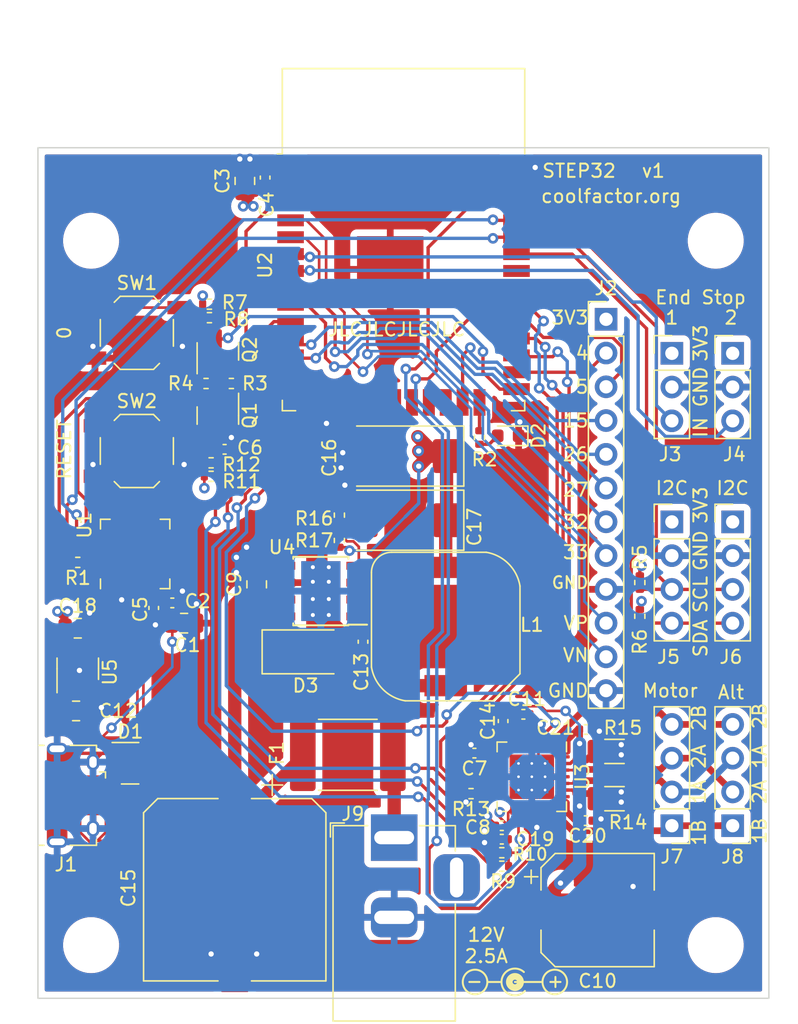
<source format=kicad_pcb>
(kicad_pcb (version 20211014) (generator pcbnew)

  (general
    (thickness 1.5954)
  )

  (paper "A4")
  (layers
    (0 "F.Cu" signal)
    (1 "In1.Cu" signal)
    (2 "In2.Cu" signal)
    (31 "B.Cu" signal)
    (32 "B.Adhes" user "B.Adhesive")
    (33 "F.Adhes" user "F.Adhesive")
    (34 "B.Paste" user)
    (35 "F.Paste" user)
    (36 "B.SilkS" user "B.Silkscreen")
    (37 "F.SilkS" user "F.Silkscreen")
    (38 "B.Mask" user)
    (39 "F.Mask" user)
    (40 "Dwgs.User" user "User.Drawings")
    (41 "Cmts.User" user "User.Comments")
    (42 "Eco1.User" user "User.Eco1")
    (43 "Eco2.User" user "User.Eco2")
    (44 "Edge.Cuts" user)
    (45 "Margin" user)
    (46 "B.CrtYd" user "B.Courtyard")
    (47 "F.CrtYd" user "F.Courtyard")
    (48 "B.Fab" user)
    (49 "F.Fab" user)
    (50 "User.1" user)
    (51 "User.2" user)
    (52 "User.3" user)
    (53 "User.4" user)
    (54 "User.5" user)
    (55 "User.6" user)
    (56 "User.7" user)
    (57 "User.8" user)
    (58 "User.9" user)
  )

  (setup
    (stackup
      (layer "F.SilkS" (type "Top Silk Screen") (color "White"))
      (layer "F.Paste" (type "Top Solder Paste"))
      (layer "F.Mask" (type "Top Solder Mask") (color "Green") (thickness 0.0127))
      (layer "F.Cu" (type "copper") (thickness 0.035))
      (layer "dielectric 1" (type "prepreg") (thickness 0.1) (material "Prepreg 2313") (epsilon_r 4.05) (loss_tangent 0.02))
      (layer "In1.Cu" (type "copper") (thickness 0.0175))
      (layer "dielectric 2" (type "core") (thickness 1.265) (material "FR4") (epsilon_r 4.6) (loss_tangent 0.02))
      (layer "In2.Cu" (type "copper") (thickness 0.0175))
      (layer "dielectric 3" (type "prepreg") (thickness 0.1) (material "Prepreg 2313") (epsilon_r 4.05) (loss_tangent 0.02))
      (layer "B.Cu" (type "copper") (thickness 0.035))
      (layer "B.Mask" (type "Bottom Solder Mask") (color "Green") (thickness 0.0127))
      (layer "B.Paste" (type "Bottom Solder Paste"))
      (layer "B.SilkS" (type "Bottom Silk Screen") (color "White"))
      (copper_finish "HAL lead-free")
      (dielectric_constraints yes)
    )
    (pad_to_mask_clearance 0)
    (grid_origin 156.21 114.554)
    (pcbplotparams
      (layerselection 0x00010fc_ffffffff)
      (disableapertmacros false)
      (usegerberextensions true)
      (usegerberattributes true)
      (usegerberadvancedattributes true)
      (creategerberjobfile true)
      (svguseinch false)
      (svgprecision 6)
      (excludeedgelayer true)
      (plotframeref false)
      (viasonmask false)
      (mode 1)
      (useauxorigin false)
      (hpglpennumber 1)
      (hpglpenspeed 20)
      (hpglpendiameter 15.000000)
      (dxfpolygonmode true)
      (dxfimperialunits true)
      (dxfusepcbnewfont true)
      (psnegative false)
      (psa4output false)
      (plotreference true)
      (plotvalue true)
      (plotinvisibletext false)
      (sketchpadsonfab false)
      (subtractmaskfromsilk false)
      (outputformat 1)
      (mirror false)
      (drillshape 0)
      (scaleselection 1)
      (outputdirectory "gerber")
    )
  )

  (net 0 "")
  (net 1 "VBUS")
  (net 2 "GND")
  (net 3 "+3V3")
  (net 4 "Net-(C5-Pad1)")
  (net 5 "EN")
  (net 6 "Net-(C7-Pad1)")
  (net 7 "+12V")
  (net 8 "Net-(C11-Pad1)")
  (net 9 "Net-(C11-Pad2)")
  (net 10 "Net-(C13-Pad1)")
  (net 11 "Net-(C13-Pad2)")
  (net 12 "Net-(C14-Pad1)")
  (net 13 "D+")
  (net 14 "D-")
  (net 15 "Net-(D2-Pad2)")
  (net 16 "Net-(F1-Pad2)")
  (net 17 "unconnected-(J1-Pad4)")
  (net 18 "IO4")
  (net 19 "IO5")
  (net 20 "IO15")
  (net 21 "IO26")
  (net 22 "IO27")
  (net 23 "IO32")
  (net 24 "IO33")
  (net 25 "SENSOR_VP")
  (net 26 "SENSOR_VN")
  (net 27 "END1")
  (net 28 "END2")
  (net 29 "SCL")
  (net 30 "SDA")
  (net 31 "Net-(J7-Pad1)")
  (net 32 "Net-(J7-Pad2)")
  (net 33 "Net-(J7-Pad3)")
  (net 34 "Net-(J7-Pad4)")
  (net 35 "Net-(Q1-Pad1)")
  (net 36 "RTS")
  (net 37 "Net-(Q2-Pad1)")
  (net 38 "DTR")
  (net 39 "IO0")
  (net 40 "Net-(R1-Pad1)")
  (net 41 "RX")
  (net 42 "Net-(R2-Pad1)")
  (net 43 "Net-(R8-Pad2)")
  (net 44 "DAC")
  (net 45 "Net-(C19-Pad1)")
  (net 46 "Net-(R12-Pad2)")
  (net 47 "Net-(R13-Pad1)")
  (net 48 "Net-(R14-Pad1)")
  (net 49 "Net-(R15-Pad1)")
  (net 50 "Net-(R16-Pad2)")
  (net 51 "unconnected-(U1-Pad1)")
  (net 52 "unconnected-(U1-Pad2)")
  (net 53 "unconnected-(U1-Pad9)")
  (net 54 "unconnected-(U1-Pad10)")
  (net 55 "unconnected-(U1-Pad11)")
  (net 56 "unconnected-(U1-Pad12)")
  (net 57 "unconnected-(U1-Pad13)")
  (net 58 "unconnected-(U1-Pad14)")
  (net 59 "unconnected-(U1-Pad15)")
  (net 60 "unconnected-(U1-Pad16)")
  (net 61 "unconnected-(U1-Pad17)")
  (net 62 "unconnected-(U1-Pad18)")
  (net 63 "unconnected-(U1-Pad19)")
  (net 64 "unconnected-(U1-Pad20)")
  (net 65 "unconnected-(U1-Pad21)")
  (net 66 "unconnected-(U1-Pad22)")
  (net 67 "unconnected-(U1-Pad23)")
  (net 68 "TX")
  (net 69 "unconnected-(U1-Pad27)")
  (net 70 "~{SLEEP}")
  (net 71 "~{RESET}")
  (net 72 "~{ENABLE}")
  (net 73 "unconnected-(U2-Pad17)")
  (net 74 "unconnected-(U2-Pad18)")
  (net 75 "unconnected-(U2-Pad19)")
  (net 76 "unconnected-(U2-Pad20)")
  (net 77 "unconnected-(U2-Pad21)")
  (net 78 "unconnected-(U2-Pad22)")
  (net 79 "MS1")
  (net 80 "MS2")
  (net 81 "MS3")
  (net 82 "DIR")
  (net 83 "unconnected-(U2-Pad32)")
  (net 84 "STEP")
  (net 85 "unconnected-(U3-Pad7)")
  (net 86 "unconnected-(U3-Pad20)")
  (net 87 "unconnected-(U3-Pad25)")
  (net 88 "unconnected-(U4-Pad2)")
  (net 89 "unconnected-(U4-Pad3)")
  (net 90 "unconnected-(U4-Pad5)")
  (net 91 "unconnected-(U5-Pad4)")
  (net 92 "unconnected-(J9-Pad3)")

  (footprint "Resistor_SMD:R_0402_1005Metric" (layer "F.Cu") (at 134.902 115.062))

  (footprint "Resistor_SMD:R_0402_1005Metric" (layer "F.Cu") (at 113.03 85.725))

  (footprint "Button_Switch_SMD:SW_SPST_TL3342" (layer "F.Cu") (at 107.442 83.82))

  (footprint "Package_DFN_QFN:QFN-28-1EP_5x5mm_P0.5mm_EP3.35x3.35mm_ThermalVias" (layer "F.Cu") (at 137.16 108.331 -90))

  (footprint "Resistor_SMD:R_1206_3216Metric" (layer "F.Cu") (at 143.383 106.426))

  (footprint "Capacitor_SMD:C_0402_1005Metric" (layer "F.Cu") (at 117.094 63.246 90))

  (footprint "Connector_PinHeader_2.54mm:PinHeader_1x04_P2.54mm_Vertical" (layer "F.Cu") (at 147.701 112.014 180))

  (footprint "Resistor_SMD:R_0402_1005Metric" (layer "F.Cu") (at 132.588 109.601 180))

  (footprint "Package_TO_SOT_SMD:SOT-23" (layer "F.Cu") (at 113.538 81.153 -90))

  (footprint "Capacitor_SMD:C_0402_1005Metric" (layer "F.Cu") (at 132.842 106.553 180))

  (footprint "MountingHole:MountingHole_3.2mm_M3" (layer "F.Cu") (at 104 68))

  (footprint "Connector_PinHeader_2.54mm:PinHeader_1x03_P2.54mm_Vertical" (layer "F.Cu") (at 147.701 76.469))

  (footprint "Package_TO_SOT_SMD:SOT-143" (layer "F.Cu") (at 106.934 107.315))

  (footprint "Package_TO_SOT_SMD:SOT-23" (layer "F.Cu") (at 113.538 76.327 90))

  (footprint "Capacitor_SMD:C_0402_1005Metric" (layer "F.Cu") (at 141.224 104.775))

  (footprint "MountingHole:MountingHole_3.2mm_M3" (layer "F.Cu") (at 104 121))

  (footprint "Connector_PinHeader_2.54mm:PinHeader_1x12_P2.54mm_Vertical" (layer "F.Cu") (at 142.748 73.909))

  (footprint "Connector_PinHeader_2.54mm:PinHeader_1x03_P2.54mm_Vertical" (layer "F.Cu") (at 152.273 76.469))

  (footprint "MountingHole:MountingHole_3.2mm_M3" (layer "F.Cu") (at 151 121))

  (footprint "Connector_PinHeader_2.54mm:PinHeader_1x04_P2.54mm_Vertical" (layer "F.Cu") (at 152.273 89.154))

  (footprint "Button_Switch_SMD:SW_SPST_TL3342" (layer "F.Cu") (at 107.442 74.93))

  (footprint "Capacitor_SMD:C_0805_2012Metric" (layer "F.Cu") (at 115.57 63.5 90))

  (footprint "Resistor_SMD:R_0402_1005Metric" (layer "F.Cu") (at 145.288 93.716 -90))

  (footprint "Resistor_SMD:R_0402_1005Metric" (layer "F.Cu") (at 133.223 82.804 -90))

  (footprint "Diode_SMD:D_SMA" (layer "F.Cu") (at 120.269 98.933))

  (footprint "Resistor_SMD:R_0402_1005Metric" (layer "F.Cu") (at 122.682 90.551 90))

  (footprint "Capacitor_SMD:C_0402_1005Metric" (layer "F.Cu") (at 124.46 98.171 -90))

  (footprint "Resistor_SMD:R_0402_1005Metric" (layer "F.Cu") (at 113.03 84.709 180))

  (footprint "Connector_PinHeader_2.54mm:PinHeader_1x04_P2.54mm_Vertical" (layer "F.Cu") (at 152.273 112.014 180))

  (footprint "Fuse:Fuse_2920_7451Metric" (layer "F.Cu") (at 123.317 106.68))

  (footprint "Symbol:Symbol_Barrel_Polarity" (layer "F.Cu") (at 135.89 123.698))

  (footprint "Resistor_SMD:R_0402_1005Metric" (layer "F.Cu") (at 134.902 114.046 180))

  (footprint "Connector_USB:USB_Micro-B_Amphenol_10118194_Horizontal" (layer "F.Cu") (at 102.743 109.728 -90))

  (footprint "Capacitor_Tantalum_SMD:CP_EIA-7343-20_Kemet-V" (layer "F.Cu") (at 127.635 84.201 180))

  (footprint "Resistor_SMD:R_0402_1005Metric" (layer "F.Cu") (at 122.682 88.646 90))

  (footprint "step32:CP_Elec_12.5x13.5" (layer "F.Cu") (at 114.808 116.83275 -90))

  (footprint "Resistor_SMD:R_0402_1005Metric" (layer "F.Cu") (at 102.997 92.202 180))

  (footprint "Connector_BarrelJack:BarrelJack_Horizontal" (layer "F.Cu") (at 126.8045 112.91025 90))

  (footprint "Resistor_SMD:R_0402_1005Metric" (layer "F.Cu") (at 112.903 73.787 180))

  (footprint "Capacitor_SMD:C_0805_2012Metric" (layer "F.Cu") (at 102.997 97.155))

  (footprint "Capacitor_SMD:C_0402_1005Metric" (layer "F.Cu") (at 110.109 95.25))

  (footprint "Capacitor_SMD:C_0402_1005Metric" (layer "F.Cu") (at 108.712 95.631 -90))

  (footprint "MountingHole:MountingHole_3.2mm_M3" (layer "F.Cu") (at 151 68))

  (footprint "Package_TO_SOT_SMD:SOT-23-5" (layer "F.Cu") (at 102.997 100.203 90))

  (footprint "Capacitor_Tantalum_SMD:CP_EIA-7343-20_Kemet-V" (layer "F.Cu") (at 127.635 89.027 180))

  (footprint "Connector_PinHeader_2.54mm:PinHeader_1x04_P2.54mm_Vertical" (layer "F.Cu") (at 147.701 89.154))

  (footprint "Capacitor_SMD:C_0402_1005Metric" (layer "F.Cu") (at 136.525 103.632 180))

  (footprint "step32:L_Sumida_CDRH103R_10x10mm" (layer "F.Cu") (at 130.683 97.028 90))

  (footprint "Resistor_SMD:R_0402_1005Metric" (layer "F.Cu") (at 112.903 72.771))

  (footprint "Capacitor_SMD:C_0805_2012Metric" (layer "F.Cu") (at 102.87 103.378))

  (footprint "Capacitor_SMD:C_0805_2012Metric" (layer "F.Cu")
    (tedit 5F68FEEE) (tstamp bbb287f9-e742-4ea6-82a7-72ed5597a094)
    (at 110.998 96.774)
    (descr "Capacitor SMD 0805 (2012 Metric), square (rectangular) end terminal, IPC_7351 nominal, (Body size source: IPC-SM-782 page 76, https://www.pcb-3d.com/wordpress/wp-content/uploads/ipc-sm-782a_amendment_1_and_2.pdf, https://docs.google.com/spreadsheets/d/1BsfQQcO9C6DZCsRaXUlFlo91Tg2WpOkGARC1WS5S8t0/edit?usp=sharing), generated with kicad-footprint-generator")
    (tags "capacitor")
    (property "MFR" "Samsung Electro-Mechanics")
    (property "MPN" "CL21A106KAYNNNE")
    (property "SPN" "C15850")
    (property "SPR" "JLC")
    (property "Sheetfile" "step32.kicad_sch")
    (property "Sheetname" "")
    (path "/af64d568-3b15-4b15-a33f-be8f65757789")
    (attr smd)
    (fp_text reference "C1" (at 0.254 1.651) (layer "F.SilkS")
      (effects (font (size 1 1) (thickness 0.15)))
      (tstamp 35c83bf7-0da8-4c97-8e2b-21ec2f83bb48)
    )
    (fp_text value "10u" (at 0 1.68) (layer "F.Fab")
      (effects (font (size 1 1) (thickness 0.15)))
      (tstamp 211e79a6-6972-48cd-90bb-032dc3533346)
    )
    (fp_text user "${REFERENCE}" (at 0 0) (layer "F.Fab")
      (effects (font (size 0.5 0.5) (thickness 0.08)))
      (tstamp 0651dc37-6591-4972-a160-e871bef28460)
    )
    (fp_line (start -0.261252 0.735) (end 0.261252 0.735) (layer "F.SilkS") (width 0.12) (ts
... [1276856 chars truncated]
</source>
